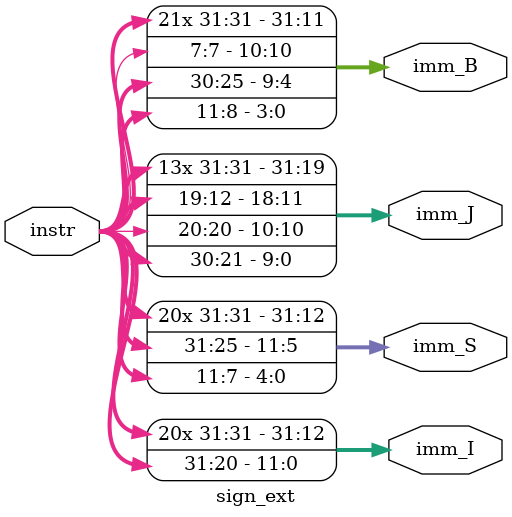
<source format=sv>
module sign_ext
# (
  parameter WIDTH = 32
)
(
  input  logic [WIDTH - 1:0] instr,

  output logic [WIDTH - 1:0] imm_I, imm_S, imm_J, imm_B
);

assign imm_I = { {20{instr[31]}}, instr[31:20] };

assign imm_S = { {20{instr[31]}}, instr[31:25], instr[11:7] };

assign imm_J = { {12{instr[31]}}, instr[31], instr[19:12], instr[20], instr[30:21] };

assign imm_B = { {20{instr[31]}}, instr[31], instr[7], instr[30:25], instr[11:8] };


endmodule
</source>
